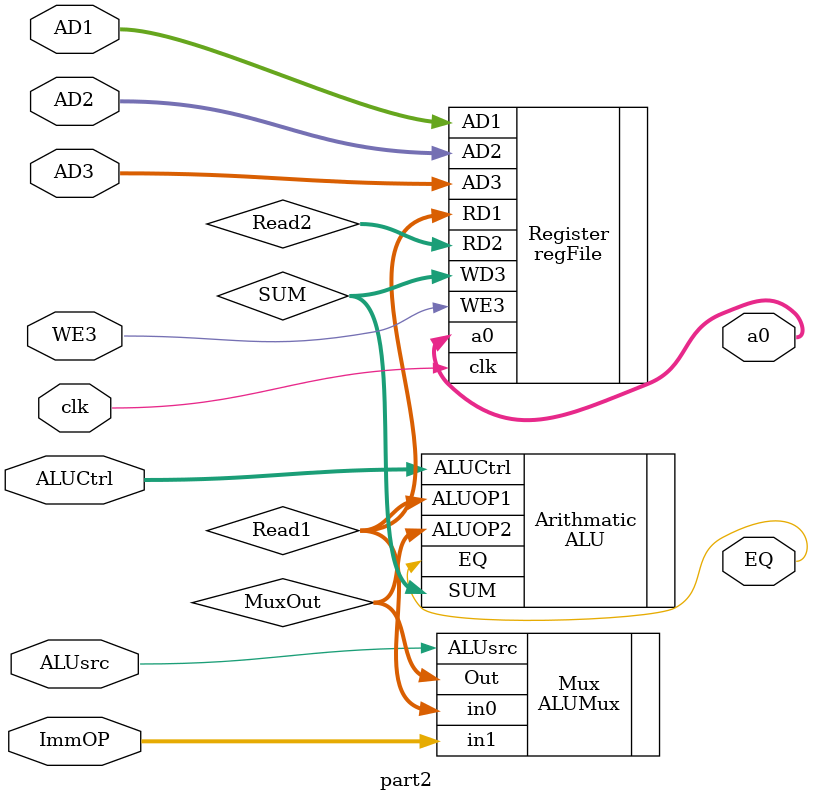
<source format=sv>
module part2 #(

    parameter ADDRESS_WIDTH = 5,
    parameter DATA_WIDTH = 32,
    parameter IMM_LENGTH = 12,
    parameter ALU_CONTROL_LENGTH = 3,


)(

    input logic                            clk,

    //reg file inputs
    input logic  [ADDRESS_WIDTH-1:0]       AD1,
    input logic  [ADDRESS_WIDTH-1:0]       AD2,
    input logic  [ADDRESS_WIDTH-1:0]       AD3,
    input logic                            WE3,
    
    //ALU multiplexer input
    input logic                            ALUsrc,
    input logic  [IMM_LENGTH-1:0]          ImmOP,

    //ALU input
    input logic  [ALU_CONTROL_LENGTH-1:0]  ALUCtrl,

    //System Outputs
    output logic [DATA_WIDTH-1:0]          a0,
    output logic                           EQ

);

    logic [DATA_WIDTH-1:0]  Read1;
    logic [DATA_WIDTH-1:0]  Read2;
    logic [DATA_WIDTH-1:0]  MuxOut;
    logic [DATA_WIDTH-1:0]  SUM;

regFile Register (
    .clk    (clk),
    .WE3    (WE3),
    .AD1    (AD1),
    .AD2    (AD2),
    .AD3    (AD3),
    .WD3    (SUM),
    .RD1    (Read1),
    .RD2    (Read2),
    .a0     (a0)
);

ALUMux Mux (

    .ALUsrc (ALUsrc),
    .in0    (Read1),
    .in1    (ImmOP),
    .Out    (MuxOut)

);

ALU Arithmatic (

    .ALUCtrl    (ALUCtrl),
    .ALUOP1     (Read1),
    .ALUOP2     (MuxOut),
    .SUM        (SUM),
    .EQ         (EQ)

);

endmodule

</source>
